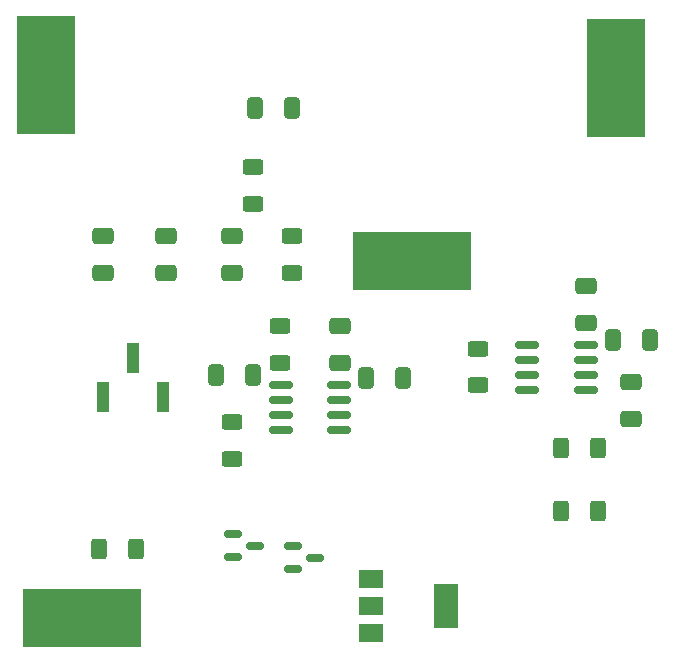
<source format=gbr>
%TF.GenerationSoftware,KiCad,Pcbnew,(6.0.1-0)*%
%TF.CreationDate,2022-01-18T10:49:35+01:00*%
%TF.ProjectId,pwm_driver,70776d5f-6472-4697-9665-722e6b696361,1*%
%TF.SameCoordinates,Original*%
%TF.FileFunction,Paste,Top*%
%TF.FilePolarity,Positive*%
%FSLAX46Y46*%
G04 Gerber Fmt 4.6, Leading zero omitted, Abs format (unit mm)*
G04 Created by KiCad (PCBNEW (6.0.1-0)) date 2022-01-18 10:49:35*
%MOMM*%
%LPD*%
G01*
G04 APERTURE LIST*
G04 Aperture macros list*
%AMRoundRect*
0 Rectangle with rounded corners*
0 $1 Rounding radius*
0 $2 $3 $4 $5 $6 $7 $8 $9 X,Y pos of 4 corners*
0 Add a 4 corners polygon primitive as box body*
4,1,4,$2,$3,$4,$5,$6,$7,$8,$9,$2,$3,0*
0 Add four circle primitives for the rounded corners*
1,1,$1+$1,$2,$3*
1,1,$1+$1,$4,$5*
1,1,$1+$1,$6,$7*
1,1,$1+$1,$8,$9*
0 Add four rect primitives between the rounded corners*
20,1,$1+$1,$2,$3,$4,$5,0*
20,1,$1+$1,$4,$5,$6,$7,0*
20,1,$1+$1,$6,$7,$8,$9,0*
20,1,$1+$1,$8,$9,$2,$3,0*%
G04 Aperture macros list end*
%ADD10RoundRect,0.250000X-0.625000X0.400000X-0.625000X-0.400000X0.625000X-0.400000X0.625000X0.400000X0*%
%ADD11RoundRect,0.250000X0.650000X-0.412500X0.650000X0.412500X-0.650000X0.412500X-0.650000X-0.412500X0*%
%ADD12RoundRect,0.150000X-0.587500X-0.150000X0.587500X-0.150000X0.587500X0.150000X-0.587500X0.150000X0*%
%ADD13RoundRect,0.250000X-0.650000X0.412500X-0.650000X-0.412500X0.650000X-0.412500X0.650000X0.412500X0*%
%ADD14RoundRect,0.250000X0.400000X0.625000X-0.400000X0.625000X-0.400000X-0.625000X0.400000X-0.625000X0*%
%ADD15RoundRect,0.250000X-0.412500X-0.650000X0.412500X-0.650000X0.412500X0.650000X-0.412500X0.650000X0*%
%ADD16RoundRect,0.250000X-0.400000X-0.625000X0.400000X-0.625000X0.400000X0.625000X-0.400000X0.625000X0*%
%ADD17R,10.000000X5.000000*%
%ADD18R,5.000000X10.000000*%
%ADD19R,1.000000X2.510000*%
%ADD20RoundRect,0.150000X-0.825000X-0.150000X0.825000X-0.150000X0.825000X0.150000X-0.825000X0.150000X0*%
%ADD21RoundRect,0.250000X0.412500X0.650000X-0.412500X0.650000X-0.412500X-0.650000X0.412500X-0.650000X0*%
%ADD22R,2.000000X1.500000*%
%ADD23R,2.000000X3.800000*%
%ADD24RoundRect,0.250000X0.625000X-0.400000X0.625000X0.400000X-0.625000X0.400000X-0.625000X-0.400000X0*%
G04 APERTURE END LIST*
D10*
%TO.C,R6*%
X97488000Y-110642000D03*
X97488000Y-113742000D03*
%TD*%
D11*
%TO.C,C6*%
X127271000Y-118453500D03*
X127271000Y-115328500D03*
%TD*%
D10*
%TO.C,R2*%
X98504000Y-103022000D03*
X98504000Y-106122000D03*
%TD*%
D11*
%TO.C,C7*%
X123461000Y-110325500D03*
X123461000Y-107200500D03*
%TD*%
D12*
%TO.C,Q2*%
X93506500Y-128260000D03*
X93506500Y-130160000D03*
X95381500Y-129210000D03*
%TD*%
D13*
%TO.C,C1*%
X82502000Y-103009500D03*
X82502000Y-106134500D03*
%TD*%
D14*
%TO.C,R8*%
X85322000Y-129464000D03*
X82222000Y-129464000D03*
%TD*%
D15*
%TO.C,C8*%
X125708500Y-111811000D03*
X128833500Y-111811000D03*
%TD*%
D16*
%TO.C,R4*%
X121338000Y-120955000D03*
X124438000Y-120955000D03*
%TD*%
D12*
%TO.C,Q1*%
X98582500Y-129276000D03*
X98582500Y-131176000D03*
X100457500Y-130226000D03*
%TD*%
D17*
%TO.C,J3*%
X108664000Y-105080000D03*
%TD*%
D10*
%TO.C,R7*%
X93424000Y-118770000D03*
X93424000Y-121870000D03*
%TD*%
D15*
%TO.C,C10*%
X104815500Y-114986000D03*
X107940500Y-114986000D03*
%TD*%
D13*
%TO.C,C3*%
X93424000Y-103009500D03*
X93424000Y-106134500D03*
%TD*%
D18*
%TO.C,J2*%
X125936000Y-89586000D03*
%TD*%
%TO.C,J1*%
X77676000Y-89332000D03*
%TD*%
D17*
%TO.C,J4*%
X80724000Y-135306000D03*
%TD*%
D10*
%TO.C,R1*%
X95202000Y-97180000D03*
X95202000Y-100280000D03*
%TD*%
D19*
%TO.C,RV1*%
X82502000Y-116641000D03*
X85042000Y-113331000D03*
X87582000Y-116641000D03*
%TD*%
D20*
%TO.C,U1*%
X118446000Y-112192000D03*
X118446000Y-113462000D03*
X118446000Y-114732000D03*
X118446000Y-116002000D03*
X123396000Y-116002000D03*
X123396000Y-114732000D03*
X123396000Y-113462000D03*
X123396000Y-112192000D03*
%TD*%
D13*
%TO.C,C2*%
X87836000Y-103009500D03*
X87836000Y-106134500D03*
%TD*%
D21*
%TO.C,C11*%
X95240500Y-114732000D03*
X92115500Y-114732000D03*
%TD*%
D22*
%TO.C,Q3*%
X105260000Y-131990000D03*
X105260000Y-134290000D03*
D23*
X111560000Y-134290000D03*
D22*
X105260000Y-136590000D03*
%TD*%
D21*
%TO.C,C5*%
X98542500Y-92126000D03*
X95417500Y-92126000D03*
%TD*%
D20*
%TO.C,U2*%
X97591500Y-115621000D03*
X97591500Y-116891000D03*
X97591500Y-118161000D03*
X97591500Y-119431000D03*
X102541500Y-119431000D03*
X102541500Y-118161000D03*
X102541500Y-116891000D03*
X102541500Y-115621000D03*
%TD*%
D16*
%TO.C,R5*%
X121338000Y-126289000D03*
X124438000Y-126289000D03*
%TD*%
D24*
%TO.C,R3*%
X114317000Y-115647000D03*
X114317000Y-112547000D03*
%TD*%
D11*
%TO.C,C9*%
X102606500Y-113754500D03*
X102606500Y-110629500D03*
%TD*%
M02*

</source>
